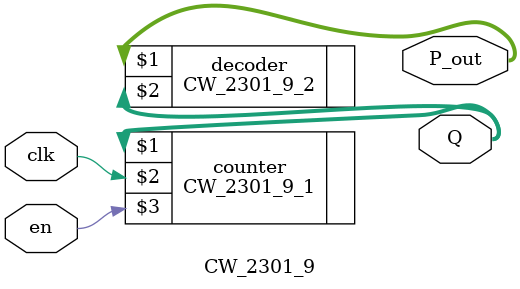
<source format=v>
module CW_2301_9 (P_out, Q, clk, en);
	input clk, en;
	output [2:0] P_out;
	output [2:0] Q;
	
	CW_2301_9_1 counter (Q, clk, en);    //八进制计数器
	CW_2301_9_2 decoder ( P_out, Q);    //译码器
	
endmodule

</source>
